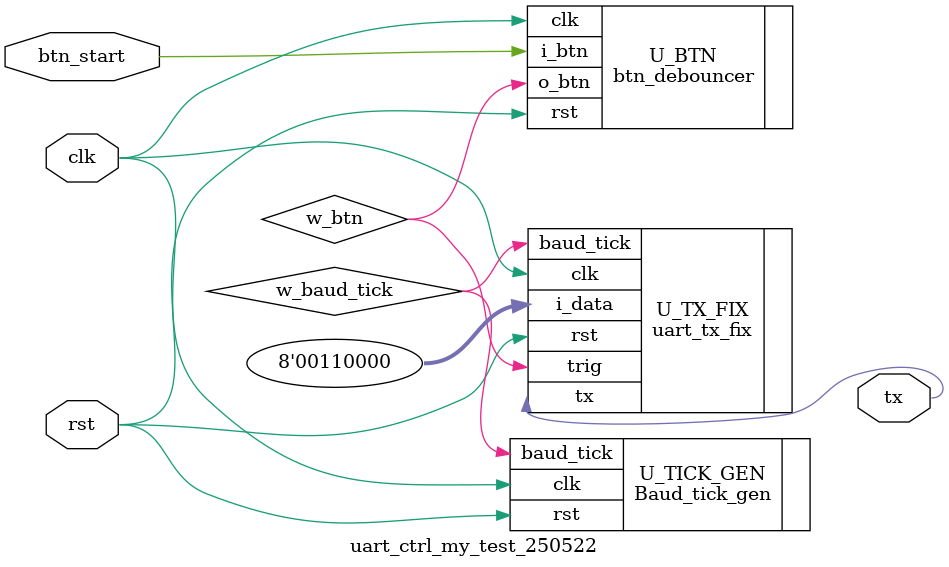
<source format=v>
`timescale 1ns / 1ps


module uart_ctrl_my_test_250522(
    input clk,
    input rst,
    input btn_start,

    output tx
    );

    wire w_baud_tick;
    wire w_btn;

    btn_debouncer U_BTN(
    .clk(clk),
    .rst(rst),
    .i_btn(btn_start),

    .o_btn(w_btn)
);

    Baud_tick_gen #(
    .SYS_CLK(100_000_000),
    .BAUD(9600),
    .BAUD_COUNT(100_000_000 / (9600))
) U_TICK_GEN(
    .clk(clk),
    .rst(rst),

    .baud_tick(w_baud_tick)
);

uart_tx_fix U_TX_FIX(
    .clk(clk),
    .rst(rst),
    .baud_tick(w_baud_tick),
    .trig(w_btn),
    .i_data(8'h30),

    .tx(tx)
);
endmodule

</source>
